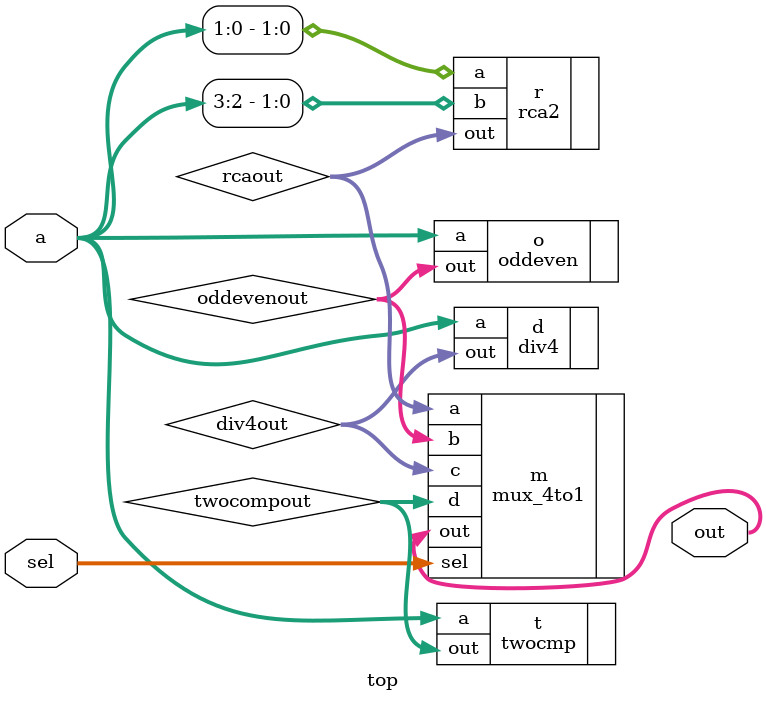
<source format=sv>
/*
	DESIGN NAME - TOP LEVEL DESIGN
    
    SPECIFICATION - WE HAVE A 4-BIT INPUT, A 2-BIT SELECTOR INPUT,
    				AND A 4-BIT OUTPUT. WE WILL DESIGN THE BLOCK DIAGRAM
                    AS SHOWN IN THE PDF.
                    
    TIPS FOR THE DESIGN - THIS TOP LEVEL DESIGN SHOULD BASICALLY BE JUST
    					  INSTANTIATIONS OF THE OTHER DESIGNS.
                          
    TIPS FOR THE RCA INST - SINCE THE RCA TAKES TWO 2-BIT INPUTS, WE WILL USE A[1:0] FOR
    						THE FIRST INPUT TO IT AND A[3:2] FOR THE SECOND INPUT TO IT.
    						
*/

`include "rca2.sv"
`include "oddeven.sv"
`include "div4.sv"
`include "twocmp.sv"
`include "mux_4to1.sv"

module top(a, sel, out);
  input  [3:0] a;
  input  [1:0] sel;
  output [3:0] out;
  
  // Declare any additional wires below
  wire [3:0] rcaout, oddevenout, div4out, twocompout;
  
  // Instantiate all the modules that you need below
  rca2 		r(.a(a[1:0]), .b(a[3:2]), .out(rcaout));
  oddeven 	o(.a(a), .out(oddevenout));
  div4 		d(.a(a), .out(div4out));
  twocmp 	t(.a(a), .out(twocompout));
  
  mux_4to1 	m(.a(rcaout), .b(oddevenout), .c(div4out), .d(twocompout), .sel(sel), .out(out));
  
  
endmodule
</source>
